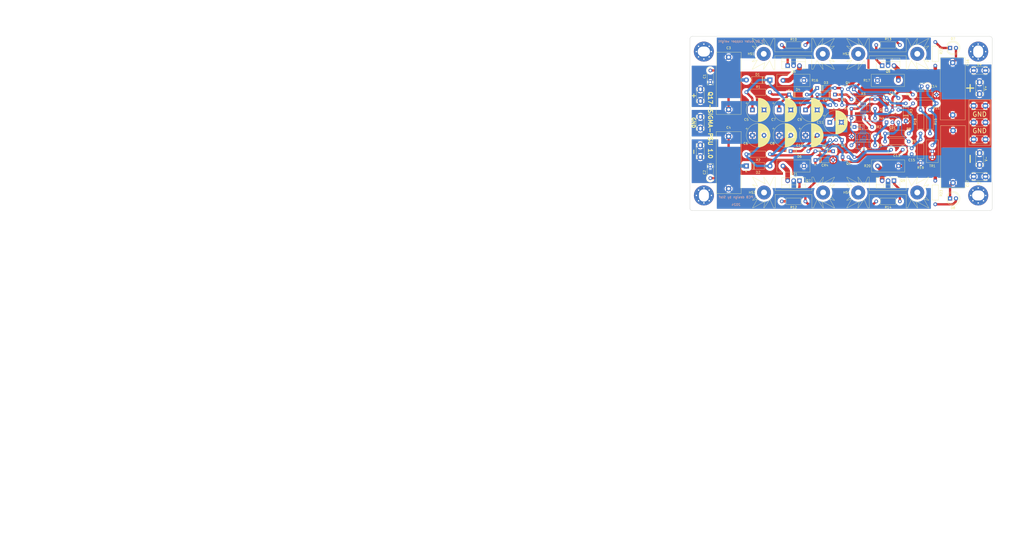
<source format=kicad_pcb>
(kicad_pcb (version 20240108) (generator "pcbnew") (generator_version "8.0")
  (title_block (title "Q17-SIGMA Power Supply") (date "2024-04-14") (rev "1.0") (company "PCB and BOM by stef") (comment 2 "Design and test by Moor") (comment 3 "Based on Sigma22 v3 design") (comment 4 "Voltage drop < 6V"))
  (layers (0 "F.Cu" signal) (31 "B.Cu" signal) (34 "B.Paste" user) (35 "F.Paste" user) (36 "B.SilkS" user "B.Silkscreen") (37 "F.SilkS" user "F.Silkscreen") (38 "B.Mask" user) (39 "F.Mask" user) (44 "Edge.Cuts" user))
  (net 0 "")
  (net 1 "Net-(D4-K)")
  (net 2 "/GND")
  (net 3 "/V+ (IN)")
  (net 4 "Net-(D1-K)")
  (net 5 "Net-(D2-A)")
  (net 6 "Net-(D5-A)")
  (net 7 "Net-(CR1-A)")
  (net 8 "Net-(D6-K)")
  (net 9 "Net-(U1-B2)")
  (net 10 "Net-(Q4-B)")
  (net 11 "Net-(CR3-A)")
  (net 12 "Net-(Q5-B)")
  (net 13 "Net-(CR4-K)")
  (net 14 "Net-(U2-B4)")
  (net 15 "Net-(C14-Pad1)")
  (net 16 "Net-(CR1-K)")
  (net 17 "Net-(CR2-A)")
  (net 18 "Net-(D3-K)")
  (net 19 "Net-(D5-K)")
  (net 20 "Net-(Q3-C)")
  (net 21 "Net-(Q3-B)")
  (net 22 "Net-(Q3-E)")
  (net 23 "Net-(CR2-K)")
  (net 24 "Net-(Q6-G)")
  (net 25 "Net-(Q6-S)")
  (net 26 "Net-(Q7-S)")
  (net 27 "Net-(Q7-G)")
  (net 28 "Net-(Q8-S)")
  (net 29 "Net-(Q8-G)")
  (net 30 "Net-(Q9-G)")
  (net 31 "Net-(Q9-S)")
  (net 32 "Net-(SR1-REF)")
  (net 33 "Net-(U1-B3)")
  (net 34 "Net-(U2-B2)")
  (net 35 "Net-(U1-B1)")
  (net 36 "/V+ (OUT)")
  (net 37 "/V- (OUT)")
  (net 38 "Net-(D7-K)")
  (net 39 "Net-(D8-A)")
  (net 40 "Net-(SR1-K)")
  (net 41 "/V- (IN)")
  (footprint "Capacitor_THT:C_Rect_L7.2mm_W2.5mm_P5.00mm_FKS2_FKP2_MKS2_MKP2" (layer "F.Cu") (at 163.87 109.855)
    (property "Reference" "C13")
    (property "Value" "3900pF")
  )
  (footprint "Capacitor_THT:C_Rect_L7.2mm_W2.5mm_P5.00mm_FKS2_FKP2_MKS2_MKP2" (layer "F.Cu") (at 167.005 87.63 180)
    (property "Reference" "C12")
    (property "Value" "3900pF")
  )
  (footprint "Resistor_THT:R_Axial_DIN0207_L6.3mm_D2.5mm_P10.16mm_Horizontal" (layer "F.Cu") (at 157.48 64.77)
    (property "Reference" "R13")
    (property "Value" "100R")
  )
  (footprint "Capacitor_THT:C_Rect_L26.5mm_W10.5mm_P22.50mm_MKS4" (layer "F.Cu") (at 93.98 70.03 -90)
    (property "Reference" "C3")
    (property "Value" "1uF 100V")
  )
  (footprint "Resistor_THT:R_Axial_DIN0207_L6.3mm_D2.5mm_P10.16mm_Horizontal" (layer "F.Cu") (at 161.29 106.325383)
    (property "Reference" "R9")
    (property "Value" "1K")
  )
  (footprint "Resistor_THT:R_Axial_DIN0207_L6.3mm_D2.5mm_P10.16mm_Horizontal" (layer "F.Cu") (at 156.972 104.14 180)
    (property "Reference" "R7")
    (property "Value" "27K")
  )
  (footprint "Resistor_THT:R_Box_L14.0mm_W5.0mm_P9.00mm" (layer "F.Cu") (at 117.365 116.84)
    (property "Reference" "R21")
    (property "Value" "0R47 5W")
  )
  (footprint "Capacitor_THT:C_Rect_L26.5mm_W10.5mm_P22.50mm_MKS4" (layer "F.Cu") (at 190.5 101.6 -90)
    (property "Reference" "C17")
    (property "Value" "1uF 100V")
  )
  (footprint "Resistor_THT:R_Axial_DIN0207_L6.3mm_D2.5mm_P10.16mm_Horizontal" (layer "F.Cu") (at 176.53 115.57 90)
    (property "Reference" "R19")
    (property "Value" "10K")
  )
  (footprint "Q17_Library:Faston_Connector_63849-1_TEC" (layer "F.Cu") (at 81.788 107.95 90)
    (property "Reference" "J1-3" (hide yes))
    (property "Value" "V- (IN)" (hide yes))
  )
  (footprint "Package_TO_SOT_THT:TO-92L_Inline_Wide" (layer "F.Cu") (at 161.915 98.044)
    (property "Reference" "SR1")
    (property "Value" "TL431B")
  )
  (footprint "Resistor_THT:R_Axial_DIN0207_L6.3mm_D2.5mm_P10.16mm_Horizontal" (layer "F.Cu") (at 182.88 133.35 90)
    (property "Reference" "R23")
    (property "Value" "10K")
  )
  (footprint "Resistor_THT:R_Axial_DIN0207_L6.3mm_D2.5mm_P10.16mm_Horizontal" (layer "F.Cu") (at 116.84 64.77)
    (property "Reference" "R10")
    (property "Value" "100R")
  )
  (footprint "Diode_THT:D_DO-35_SOD27_P7.62mm_Horizontal" (layer "F.Cu") (at 120.65 110.489879)
    (property "Reference" "D6")
    (property "Value" "1N4148")
  )
  (footprint "Capacitor_THT:C_Rect_L7.2mm_W2.5mm_P5.00mm_FKS2_FKP2_MKS2_MKP2" (layer "F.Cu") (at 86.106 80.732 90)
    (property "Reference" "C1")
    (property "Value" "100nF")
  )
  (footprint "Resistor_THT:R_Axial_DIN0207_L6.3mm_D2.5mm_P10.16mm_Horizontal" (layer "F.Cu") (at 101.6 85.09)
    (property "Reference" "R1")
    (property "Value" "10K")
  )
  (footprint "Package_TO_SOT_THT:TO-92L_Inline_Wide" (layer "F.Cu") (at 161.915 92.71)
    (property "Reference" "Q3")
    (property "Value" "BC548B")
  )
  (footprint "Package_TO_SOT_THT:TO-92L_Inline_Wide" (layer "F.Cu") (at 143.002 113.03)
    (property "Reference" "Q5")
    (property "Value" "BC546B")
  )
  (footprint "Potentiometer_THT:Potentiometer_Bourns_3296W_Vertical" (layer "F.Cu") (at 181.61 113.03 -90)
    (property "Reference" "TR1")
    (property "Value" "10K")
  )
  (footprint "Capacitor_THT:C_Disc_D3.8mm_W2.6mm_P2.50mm" (layer "F.Cu") (at 179.558 82.55 180)
    (property "Reference" "C14")
    (property "Value" "220pF")
  )
  (footprint "Q17_Library:Faston_Connector_63849-1_TEC" (layer "F.Cu") (at 199.39 75.733282 180)
    (property "Reference" "J2-1" (hide yes))
    (property "Value" "V+")
  )
  (footprint "Capacitor_THT:C_Rect_L7.2mm_W2.5mm_P5.00mm_FKS2_FKP2_MKS2_MKP2" (layer "F.Cu") (at 86.106 122.094 90)
    (property "Reference" "C2")
    (property "Value" "100nF")
  )
  (footprint "Resistor_THT:R_Axial_DIN0207_L6.3mm_D2.5mm_P10.16mm_Horizontal" (layer "F.Cu") (at 183.481633 89.916 180)
    (property "Reference" "R11")
    (property "Value" "100R")
  )
  (footprint "Package_TO_SOT_THT:TO-92L_Inline_Wide" (layer "F.Cu") (at 137.668 90.62)
    (property "Reference" "Q1")
    (property "Value" "BC548B")
  )
  (footprint "Diode_THT:D_DO-41_SOD81_P10.16mm_Horizontal" (layer "F.Cu") (at 111.76 79.83 180)
    (property "Reference" "D1")
    (property "Value" "1N5819")
  )
  (footprint "Capacitor_THT:CP_Radial_D10.0mm_P5.00mm" (layer "F.Cu") (at 137.494 98.044)
    (property "Reference" "C11")
    (property "Value" "100uF 80v")
  )
  (footprint "Capacitor_THT:C_Rect_L26.5mm_W10.5mm_P22.50mm_MKS4" (layer "F.Cu") (at 93.979999 104.14 -90)
    (property "Reference" "C4")
    (property "Value" "1uF 100V")
  )
  (footprint "Diode_THT:D_DO-35_SOD27_P7.62mm_Horizontal" (layer "F.Cu") (at 138.938 110.49 180)
    (property "Reference" "D5")
    (property "Value" "1N4148")
  )
  (footprint "Heatsink:Heatsink_Fischer_SK104-STC-STIC_35x13mm_2xDrill2.5mm" (layer "F.Cu") (at 162.43172 68.58)
    (property "Reference" "HS2")
    (property "Value" "531202B21G")
  )
  (footprint "Resistor_THT:R_Axial_DIN0207_L6.3mm_D2.5mm_P10.16mm_Horizontal" (layer "F.Cu") (at 173.228 86.106)
    (property "Reference" "R5")
    (property "Value" "47K")
  )
  (footprint "LED_THT:LED_D5.0mm" (layer "F.Cu") (at 189.23 130.81)
    (property "Reference" "D8")
    (property "Value" "LED")
  )
  (footprint "Q17_Library:Faston_Connector_63849-1_TEC" (layer "F.Cu") (at 199.372335 98.085282 180)
    (property "Reference" "J2-4" (hide yes))
    (property "Value" "GND" (hide yes))
  )
  (footprint "Diode_THT:D_DO-35_SOD27_P7.62mm_Horizontal" (layer "F.Cu") (at 139.7 86.106 180)
    (property "Reference" "CR1")
    (property "Value" "E-202")
  )
  (footprint "Q17_Library:Faston_Connector_63849-1_TEC" (layer "F.Cu") (at 81.865344 83.82 90)
    (property "Reference" "J1-1" (hide yes))
    (property "Value" "V+ (IN)" (hide yes))
  )
  (footprint "MountingHole:MountingHole_4.3mm_M4_Pad_Via" (layer "F.Cu") (at 201.328912 67.600184 -90)
    (property "Reference" "REF**" (hide yes))
    (property "Value" "MountingHole_4.3mm_M4_Pad_Via")
  )
  (footprint "Package_TO_SOT_THT:TO-92L_Inline_Wide" (layer "F.Cu") (at 147.828 83.82 180)
    (property "Reference" "Q4")
    (property "Value" "BC556B")
  )
  (footprint "Heatsink:Heatsink_Fischer_SK104-STC-STIC_35x13mm_2xDrill2.5mm" (layer "F.Cu") (at 121.92 128.27)
    (property "Reference" "HS3")
    (property "Value" "531202B21G")
  )
  (footprint "Diode_THT:D_DO-35_SOD27_P7.62mm_Horizontal" (layer "F.Cu") (at 120.015 86.115755)
    (property "Reference" "D4")
    (property "Value" "1N4148")
  )
  (footprint "Resistor_THT:R_Axial_DIN0207_L6.3mm_D2.5mm_P10.16mm_Horizontal" (layer "F.Cu") (at 146.812 107.95)
    (property "Reference" "R6")
    (property "Value" "510K")
  )
  (footprint "Diode_THT:D_DO-35_SOD27_P7.62mm_Horizontal" (layer "F.Cu") (at 170.18 97.536 90)
    (property "Reference" "CR3")
    (property "Value" "E-562")
  )
  (footprint "Resistor_THT:R_Box_L14.0mm_W5.0mm_P9.00mm" (layer "F.Cu") (at 117.365 80.01)
    (property "Reference" "R16")
    (property "Value" "0R47 5W")
  )
  (footprint "Package_TO_SOT_THT:TO-220-3_Vertical" (layer "F.Cu") (at 124.46 123.19 180)
    (property "Reference" "Q7")
    (property "Value" "IRF9Z34NPBF")
  )
  (footprint "Heatsink:Heatsink_Fischer_SK104-STC-STIC_35x13mm_2xDrill2.5mm" (layer "F.Cu") (at 121.79172 68.58)
    (property "Reference" "HS1")
    (property "Value" "531202B21G")
  )
  (footprint "Diode_THT:D_DO-35_SOD27_P7.62mm_Horizontal" (layer "F.Cu") (at 148.082 100.076)
    (property "Reference" "CR2")
    (property "Value" "E-202")
  )
  (footprint "Heatsink:Heatsink_Fischer_SK104-STC-STIC_35x13mm_2xDrill2.5mm" (layer "F.Cu") (at 162.43172 128.27)
    (property "Reference" "HS4")
    (property "Value" "531202B21G")
  )
  (footprint "Capacitor_THT:CP_Radial_D10.0mm_P5.00mm" (layer "F.Cu") (at 127.08 103.632)
    (property "Reference" "C10")
    (property "Value" "100uF 80v")
  )
  (footprint "Resistor_THT:R_Axial_DIN0207_L6.3mm_D2.5mm_P10.16mm_Horizontal" (layer "F.Cu") (at 180.594 92.71 -90)
    (property "Reference" "R15")
    (property "Value" "10K")
  )
  (footprint "Q17_Library:Faston_Connector_63849-1_TEC" (layer "F.Cu") (at 81.834399 95.6686 90)
    (property "Reference" "J1-2" (hide yes))
    (property "Value" "GND" (hide yes))
  )
  (footprint "Resistor_THT:R_Box_L14.0mm_W5.0mm_P9.00mm" (layer "F.Cu") (at 167.005 80.01 180)
    (property "Reference" "R17")
    (property "Value" "0R47 5W")
  )
  (footprint "Resistor_THT:R_Axial_DIN0207_L6.3mm_D2.5mm_P10.16mm_Horizontal" (layer "F.Cu") (at 127 132.08 180)
    (property "Reference" "R12")
    (property "Value" "100R")
  )
  (footprint "Q17_Library:Faston_Connector_63849-1_TEC" (layer "F.Cu") (at 199.39 121.412 180)
    (property "Reference" "J2-7" (hide yes))
    (property "Value" "V-")
  )
  (footprint "Q17_Library:Faston_Connector_63849-1_TEC" (layer "F.Cu") (at 201.93 116.373282 -90)
    (property "Reference" "J2-6" (hide yes))
    (property "Value" "V-")
  )
  (footprint "MountingHole:MountingHole_4.3mm_M4_Pad_Via" (layer "F.Cu") (at 201.345 129.54 -90)
    (property "Reference" "REF**" (hide yes))
    (property "Value" "MountingHole_4.3mm_M4_Pad_Via")
  )
  (footprint "Package_TO_SOT_THT:TO-220-3_Vertical" (layer "F.Cu") (at 119.38 73.66)
    (property "Reference" "Q6")
    (property "Value" "IRFZ24NPBF")
  )
  (footprint "Diode_THT:D_DO-35_SOD27_P7.62mm_Horizontal" (layer "F.Cu") (at 131.318 114.3)
    (property "Reference" "CR4")
    (property "Value" "E-562")
  )
  (footprint "Resistor_THT:R_Axial_DIN0207_L6.3mm_D2.5mm_P10.16mm_Horizontal" (layer "F.Cu") (at 176.53 102.87 90)
    (property "Reference" "R18")
    (property "Value" "10K")
  )
  (footprint "Capacitor_THT:CP_Radial_D10.0mm_P5.00mm" (layer "F.Cu") (at 104.22 103.632)
    (property "Reference" "C6")
    (property "Value" "100uF 80v")
  )
  (footprint "LED_THT:LED_D5.0mm" (layer "F.Cu") (at 189.23 66.04)
    (property "Reference" "D7")
    (property "Value" "LED")
  )
  (footprint "Resistor_THT:R_Axial_DIN0207_L6.3mm_D2.5mm_P10.16mm_Horizontal" (layer "F.Cu") (at 101.6 111.76)
    (property "Reference" "R2")
    (property "Value" "10K")
  )
  (footprint "Resistor_THT:R_Box_L14.0mm_W5.0mm_P9.00mm" (layer "F.Cu") (at 158.06 116.84)
    (property "Reference" "R20")
    (property "Value" "0R47 5W")
  )
  (footprint "Q17_Library:Faston_Connector_63849-1_TEC" (layer "F.Cu") (at 199.35 90.932 180)
    (property "Reference" "J2-3" (hide yes))
    (property "Value" "GND" (hide yes))
  )
  (footprint "Package_TO_SOT_THT:TO-220-3_Vertical" (layer "F.Cu") (at 160.02 73.66)
    (property "Reference" "Q8")
    (property "Value" "IRFZ24NPBF")
  )
  (footprint "Resistor_THT:R_Axial_DIN0207_L6.3mm_D2.5mm_P10.16mm_Horizontal" (layer "F.Cu") (at 171.45 102.87 180)
    (property "Reference" "R8")
    (property "Value" "100R")
  )
  (footprint "Package_TO_SOT_THT:TO-220-3_Vertical" (layer "F.Cu") (at 165.1 123.19 180)
    (property "Reference" "Q9")
    (property "Value" "IRF9Z34NPBF")
  )
  (footprint "MountingHole:MountingHole_4.3mm_M4_Pad_Via" (layer "F.Cu") (at 83.328883 67.601847)
    (property "Reference" "PAD1" (hide yes))
    (property "Value" "MountingHole_4.3mm_M4_Pad_Via")
  )
  (footprint "Diode_THT:D_DO-35_SOD27_P7.62mm_Horizontal" (layer "F.Cu") (at 132.08 83.312)
    (property "Reference" "D3")
    (property "Value" "1N4148")
  )
  (footprint "Capacitor_THT:C_Rect_L26.5mm_W10.5mm_P22.50mm_MKS4" (layer "F.Cu") (at 190.37172 72.39 -90)
    (property "Reference" "C16")
    (property "Value" "1uF 100V")
  )
  (footprint "Resistor_THT:R_Axial_DIN0207_L6.3mm_D2.5mm_P10.16mm_Horizontal" (layer "F.Cu") (at 146.812 96.266)
    (property "Reference" "R44")
    (property "Value" "330K")
  )
  (footprint "Capacitor_THT:CP_Radial_D10.0mm_P5.00mm" (layer "F.Cu") (at 127.08 92.71)
    (property "Reference" "C9")
    (property "Value" "100uF 80v")
  )
  (footprint "Resistor_THT:R_Axial_DIN0207_L6.3mm_D2.5mm_P10.16mm_Horizontal" (layer "F.Cu") (at 146.812 88.138)
    (property "Reference" "R3")
    (property "Value" "4K7")
  )
  (footprint "Q17_Library:Faston_Connector_63849-1_TEC" (layer "F.Cu") (at 201.93 85.893282 -90)
    (property "Reference" "J2-2" (hide yes))
    (property "Value" "V+")
  )
  (footprint "Capacitor_THT:CP_Radial_D10.0mm_P5.00mm" (layer "F.Cu") (at 115.742323 103.632)
    (property "Reference" "C8")
    (property "Value" "100uF 80v")
  )
  (footprint "Capacitor_THT:C_Disc_D3.8mm_W2.6mm_P2.50mm" (layer "F.Cu") (at 172.72 109.24 -90)
    (property "Reference" "C15")
    (property "Value" "220pF")
  )
  (footprint "Resistor_THT:R_Axial_DIN0207_L6.3mm_D2.5mm_P10.16mm_Horizontal" (layer "F.Cu") (at 157.48 132.08)
    (property "Reference" "R14")
    (property "Value" "100R")
  )
  (footprint "Diode_THT:D_DO-41_SOD81_P10.16mm_Horizontal" (layer "F.Cu") (at 101.6 116.84)
    (property "Reference" "D2")
    (property "Value" "1N5819")
  )
  (footprint "Capacitor_THT:CP_Radial_D10.0mm_P5.00mm" (layer "F.Cu") (at 115.742323 92.71)
    (property "Reference" "C7")
    (property "Value" "100uF 80v")
  )
  (footprint "Q17_Library:Faston_Connector_63849-1_TEC" (layer "F.Cu") (at 199.39 105.41 180)
    (property "Reference" "J2-5" (hide yes))
    (property "Value" "GND" (hide yes))
  )
  (footprint "MountingHole:MountingHole_4.3mm_M4_Pad_Via" (layer "F.Cu") (at 83.356845 129.534189)
    (property "Reference" "PAD2" (hide yes))
    (property "Value" "MountingHole_4.3mm_M4_Pad_Via")
  )
  (footprint "Capacitor_THT:CP_Radial_D10.0mm_P5.00mm" (layer "F.Cu") (at 104.22 92.71)
    (property "Reference" "C5")
    (property "Value" "100uF 80v")
  )
  (footprint "Package_TO_SOT_THT:TO-92L_Inline_Wide" (layer "F.Cu") (at 142.748 105.664 180)
    (property "Reference" "Q2")
    (property "Value" "BC558B")
  )
  (footprint "Resistor_THT:R_Axial_DIN0207_L6.3mm_D2.5mm_P10.16mm_Horizontal" (layer "F.Cu") (at 182.88 73.66 90)
    (property "Reference" "R22")
    (property "Value" "10K")
  )
  (footprint "Resistor_THT:R_Axial_DIN0207_L6.3mm_D2.5mm_P10.16mm_Horizontal" (layer "F.Cu") (at 146.812 92.202)
    (property "Reference" "R4")
    (property "Value" "100K")
  )
  (footprint "Package_TO_SOT_SMD:TSOT-23-8_HandSoldering" (layer "B.Cu") (at 151.892 104.14 90)
    (property "Reference" "U2")
    (property "Value" "ZHB6792TA")
  )
  (footprint "Package_TO_SOT_SMD:TSOT-23-8_HandSoldering" (layer "B.Cu") (at 151.892 91.948 90)
    (property "Reference" "U1")
    (property "Value" "ZHB6792TA")
  )
  (gr_rect (start 197.358 88.392) (end 206.502 107.95) (stroke (width 0.15)) (fill none) (layer "F.SilkS"))
  (gr_arc (start 206.348808 61.064143) (mid 207.055915 61.357036) (end 207.348808 62.064143) (stroke (width 0.15)) (layer "Edge.Cuts"))
  (gr_arc (start 77.348808 62.064143) (mid 77.641701 61.357036) (end 78.348808 61.064143) (stroke (width 0.15)) (layer "Edge.Cuts"))
  (gr_line (start 77.348808 135.064143) (end 77.348808 62.064143) (stroke (width 0.15)) (layer "Edge.Cuts"))
  (gr_arc (start 78.348808 136.064143) (mid 77.641701 135.77125) (end 77.348808 135.064143) (stroke (width 0.15)) (layer "Edge.Cuts"))
  (gr_line (start 78.348808 61.064143) (end 206.348808 61.064143) (stroke (width 0.15)) (layer "Edge.Cuts"))
  (gr_line (start 206.348808 136.064143) (end 78.348808 136.064143) (stroke (width 0.15)) (layer "Edge.Cuts"))
  (gr_line (start 207.348808 62.064143) (end 207.348808 135.064143) (stroke (width 0.15)) (layer "Edge.Cuts"))
  (gr_arc (start 207.348808 135.064143) (mid 207.055915 135.77125) (end 206.348808 136.064143) (stroke (width 0.15)) (layer "Edge.Cuts"))
  (gr_text "2 Oz outer copper weight" (at 99.314 63.754 0) (layer "B.SilkS") (effects (font (size 1 1)) (justify bottom mirror)))
  (gr_text "PCB design by Stef\n\n2024" (at 97.155 134.080864 -0) (layer "B.SilkS") (effects (font (size 1 1)) (justify bottom mirror)))
  (gr_text "GND" (at 201.93 95.758 0) (layer "F.SilkS") (effects (font (size 2 2) (thickness 0.3) (bold yes)) (justify bottom)))
  (gr_text "-" (at 77.978 110.744 270) (layer "F.SilkS") (effects (font (size 2 2) (thickness 0.375)) (justify bottom)))
  (gr_text "GND" (at 201.93 102.87 0) (layer "F.SilkS") (effects (font (size 2 2) (thickness 0.3) (bold yes)) (justify bottom)))
  (gr_text "Q17-SIGMA-PSU 1.0" (at 85.05504 84.582 270) (layer "F.SilkS") (effects (font (size 1.8 1.8) (thickness 0.4) (bold yes)) (justify left bottom)))
  (gr_text "+" (at 195.834 83.312 270) (layer "F.SilkS") (effects (font (size 4 4) (thickness 0.5)) (justify bottom)))
  (gr_text "+" (at 77.978 86.614 270) (layer "F.SilkS") (effects (font (size 2 2) (thickness 0.375)) (justify bottom)))
  (gr_text "-" (at 195.834 113.792 270) (layer "F.SilkS") (effects (font (size 4 4) (thickness 0.5)) (justify bottom)))
  (gr_text "GND" (at 77.978 98.2086 270) (layer "F.SilkS") (effects (font (size 1.5 1.5) (thickness 0.375) (bold yes)) (justify bottom)))
  (segment (start 112.492862 85.822862) (end 111.76 85.09) (width 1) (layer "F.Cu") (net 1))
  (segment (start 116.035216 90.095539) (end 120.015 86.115755) (width 1) (layer "F.Cu") (net 1))
  (segment (start 120.015 86.115755) (end 113.199969 86.115755) (width 1) (layer "F.Cu") (net 1))
  (segment (start 115.742323 92.71) (end 115.742323 90.802646) (width 1) (layer "F.Cu") (net 1))
  (arc (start 116.035216 90.095539) (mid 115.818443 90.419962) (end 115.742323 90.802646) (width 1) (layer "F.Cu") (net 1))
  (arc (start 112.492862 85.822862) (mid 112.817285 86.039635) (end 113.199969 86.115755) (width 1) (layer "F.Cu") (net 1))
  (segment (start 121.490352 87.591107) (end 120.015 86.115755) (width 1) (layer "B.Cu") (net 1))
  (segment (start 137.057786 87.884) (end 122.197459 87.884) (width 1) (layer "B.Cu") (net 1))
  (segment (start 140.208 90.62) (end 137.764893 88.176893) (width 1) (layer "B.Cu") (net 1))
  (arc (start 121.490352 87.591107) (mid 121.814775 87.80788) (end 122.197459 87.884) (width 1) (layer "B.Cu") (net 1))
  (arc (start 137.764893 88.176893) (mid 137.44047 87.96012) (end 137.057786 87.884) (width 1) (layer "B.Cu") (net 1))
  (segment (start 88.978893 76.024893) (end 93.663907 80.709907) (width 1) (layer "F.Cu") (net 2))
  (segment (start 86.106 75.732) (end 88.271786 75.732) (width 1) (layer "F.Cu") (net 2))
  (segment (start 93.687107 117.1262) (end 89.0122 121.801107) (width 1) (layer "F.Cu") (net 2))
  (segment (start 88.305093 122.094) (end 86.106 122.094) (width 1) (layer "F.Cu") (net 2))
  (segment (start 182.88 73.66) (end 182.88 77.216) (width 1.5) (layer "F.Cu") (net 2))
  (segment (start 93.979999 104.14) (end 93.98 116.419093) (width 1) (layer "F.Cu") (net 2))
  (segment (start 93.9568 81.417014) (end 93.9568 92.513199) (width 1) (layer "F.Cu") (net 2))
  (segment (start 182.88 123.19) (end 182.88 120.142) (width 1.5) (layer "F.Cu") (net 2))
  (via (at 150.114 107.696) (size 0.8) (drill 0.4) (layers "F.Cu" "B.Cu") (net 2))
  (arc (start 93.663907 80.709907) (mid 93.88068 81.034331) (end 93.9568 81.417014) (width 1) (layer "F.Cu") (net 2))
  (arc (start 88.305093 122.094) (mid 88.687776 122.01788) (end 89.0122 121.801107) (width 1) (layer "F.Cu") (net 2))
  (arc (start 88.978893 76.024893) (mid 88.65447 75.80812) (end 88.271786 75.732) (width 1) (layer "F.Cu") (net 2))
  (arc (start 93.98 116.419093) (mid 93.90388 116.801776) (end 93.687107 117.1262) (width 1) (layer "F.Cu") (net 2))
  (segment (start 150.260447 106.143553) (end 150.407554 105.996446) (width 0.3) (layer "B.Cu") (net 2))
  (segment (start 150.114 107.696) (end 150.114 106.497107) (width 0.3) (layer "B.Cu") (net 2))
  (segment (start 150.761107 105.85) (end 150.922 105.85) (width 0.3) (layer "B.Cu") (net 2))
  (arc (start 150.260447 106.143553) (mid 150.15206 106.305765) (end 150.114 106.497107) (width 0.3) (layer "B.Cu") (net 2))
  (arc (start 150.761107 105.85) (mid 150.569766 105.88806) (end 150.407554 105.996446) (width 0.3) (layer "B.Cu") (net 2))
  (segment (start 121.92 73.66) (end 121.92 69.215) (width 2) (layer "B.Cu") (net 3))
  (segment (start 162.56 69.215) (end 162.56 73.66) (width 2) (layer "B.Cu") (net 3))
  (segment (start 101.6 79.83) (end 97.864 79.83) (width 1.5) (layer "B.Cu") (net 3))
  (segment (start 104.22 92.71) (end 104.22 88.124214) (width 1) (layer "F.Cu") (net 4))
  (segment (start 103.927107 87.417107) (end 101.6 85.09) (width 1) (layer "F.Cu") (net 4))
  (arc (start 104.22 88.124214) (mid 104.14388 87.741531) (end 103.927107 87.417107) (width 1) (layer "F.Cu") (net 4))
  (segment (start 101.6 85.09) (end 106.567107 80.122893) (width 1) (layer "B.Cu") (net 4))
  (segment (start 137.668 90.62) (end 136.754214 90.62) (width 1) (layer "B.Cu") (net 4))
  (segment (start 119.341107 89.369107) (end 112.052893 82.080893) (width 1) (layer "B.Cu") (net 4))
  (segment (start 107.274214 79.83) (end 111.76 79.83) (width 1) (layer "B.Cu") (net 4))
  (segment (start 134.967786 89.662) (end 120.048214 89.662) (width 1) (layer "B.Cu") (net 4))
  (segment (start 111.76 81.373786) (end 111.76 79.83) (width 1) (layer "B.Cu") (net 4))
  (segment (start 136.047107 90.327107) (end 135.674893 89.954893) (width 1) (layer "B.Cu") (net 4))
  (arc (start 106.567107 80.122893) (mid 106.89153 79.90612) (end 107.274214 79.83) (width 1) (layer "B.Cu") (net 4))
  (arc (start 120.048214 89.662) (mid 119.665531 89.58588) (end 119.341107 89.369107) (width 1) (layer "B.Cu") (net 4))
  (arc (start 111.76 81.373786) (mid 111.83612 81.756469) (end 112.052893 82.080893) (width 1) (layer "B.Cu") (net 4))
  (arc (start 135.674893 89.954893) (mid 135.35047 89.73812) (end 134.967786 89.662) (width 1) (layer "B.Cu") (net 4))
  (arc (start 136.047107 90.327107) (mid 136.37153 90.54388) (end 136.754214 90.62) (width 1) (layer "B.Cu") (net 4))
  (segment (start 119.794214 108.204) (end 134.713786 108.204) (width 1) (layer "B.Cu") (net 5))
  (segment (start 111.76 116.84) (end 111.76 116.238214) (width 1) (layer "B.Cu") (net 5))
  (segment (start 105.625107 116.547107) (end 101.892893 112.814893) (width 1) (layer "B.Cu") (net 5))
  (segment (start 108.927107 106.718893) (end 104.178893 111.467107) (width 1) (layer "B.Cu") (net 5))
  (segment (start 135.420893 107.911107) (end 137.668 105.664) (width 1) (layer "B.Cu") (net 5))
  (segment (start 103.471786 111.76) (end 101.6 111.76) (width 1) (layer "B.Cu") (net 5))
  (segment (start 112.052893 115.531107) (end 119.087107 108.496893) (width 1) (layer "B.Cu") (net 5))
  (segment (start 101.6 112.107786) (end 101.6 111.76) (width 1) (layer "B.Cu") (net 5))
  (segment (start 109.22 103.632) (end 109.22 106.011786) (width 1) (layer "B.Cu") (net 5))
  (segment (start 111.76 116.84) (end 106.332214 116.84) (width 1) (layer "B.Cu") (net 5))
  (arc (start 135.420893 107.911107) (mid 135.09647 108.12788) (end 134.713786 108.204) (width 1) (layer "B.Cu") (net 5))
  (arc (start 101.892893 112.814893) (mid 101.67612 112.49047) (end 101.6 112.107786) (width 1) (layer "B.Cu") (net 5))
  (arc (start 111.76 116.238214) (mid 111.83612 115.855531) (end 112.052893 115.531107) (width 1) (layer "B.Cu") (net 5))
  (arc (start 108.927107 106.718893) (mid 109.14388 106.39447) (end 109.22 106.011786) (width 1) (layer "B.Cu") (net 5))
  (arc (start 119.794214 108.204) (mid 119.411531 108.28012) (end 119.087107 108.496893) (width 1) (layer "B.Cu") (net 5))
  (arc (start 105.625107 116.547107) (mid 105.94953 116.76388) (end 106.332214 116.84) (width 1) (layer "B.Cu") (net 5))
  (arc (start 103.471786 111.76) (mid 103.854469 111.68388) (end 104.178893 111.467107) (width 1) (layer "B.Cu") (net 5))
  (segment (start 111.975107 111.975107) (end 111.76 111.76) (width 1) (layer "F.Cu") (net 6))
  (segment (start 129.125786 112.268) (end 112.682214 112.268) (width 1) (layer "F.Cu") (net 6))
  (segment (start 131.318 110.49) (end 129.832893 111.975107) (width 1) (layer "F.Cu") (net 6))
  (arc (start 111.975107 111.975107) (mid 112.29953 112.19188) (end 112.682214 112.268) (width 1) (layer "F.Cu") (net 6))
  (arc (start 129.832893 111.975107) (mid 129.50847 112.19188) (end 129.125786 112.268) (width 1) (layer "F.Cu") (net 6))
  (segment (start 139.153107 105.956893) (end 134.912893 110.197107) (width 0.5) (layer "B.Cu") (net 6))
  (segment (start 113.03 111.76) (end 120.742323 104.047677) (width 1) (layer "B.Cu") (net 6))
  (segment (start 134.205786 110.49) (end 131.318 110.49) (width 0.5) (layer "B.Cu") (net 6))
  (segment (start 111.76 111.76) (end 113.03 111.76) (width 1) (layer "B.Cu") (net 6))
  (arc (start 134.912893 110.197107) (mid 134.58847 110.41388) (end 134.205786 110.49) (width 0.5) (layer "B.Cu") (net 6))
  (arc (start 139.153107 105.956893) (mid 139.47753 105.74012) (end 139.860214 105.664) (width 0.5) (layer "B.Cu") (net 6))
  (segment (start 132.08 87.295786) (end 132.08 86.106) (width 1) (layer "F.Cu") (net 7))
  (segment (start 127.08 92.71) (end 131.787107 88.002893) (width 1) (layer "F.Cu") (net 7))
  (segment (start 141.825786 83.312) (end 139.7 83.312) (width 1) (layer "F.Cu") (net 7))
  (segment (start 142.748 83.82) (end 142.532893 83.604893) (width 1) (layer "F.Cu") (net 7))
  (arc (start 131.787107 88.002893) (mid 132.00388 87.67847) (end 132.08 87.295786) (width 1) (layer "F.Cu") (net 7))
  (arc (start 142.532893 83.604893) (mid 142.20847 83.38812) (end 141.825786 83.312) (width 1) (layer "F.Cu") (net 7))
  (segment (start 142.748 90.62) (end 142.748 83.82) (width 1) (layer "B.Cu") (net 7))
  (segment (start 148.578893 90.62) (end 142.748 90.62) (width 0.3) (layer "B.Cu") (net 7))
  (segment (start 137.375107 83.604893) (end 135.166893 85.813107) (width 1) (layer "B.Cu") (net 7))
  (segment (start 134.459786 86.106) (end 132.08 86.106) (width 1) (layer "B.Cu") (net 7))
  (segment (start 150.644892 91.948) (end 150.321107 91.948) (width 0.3) (layer "B.Cu") (net 7))
  (segment (start 149.967553 91.801553) (end 148.932446 90.766446) (width 0.3) (layer "B.Cu") (net 7))
  (segment (start 139.7 83.312) (end 138.082214 83.312) (width 1) (layer "B.Cu") (net 7))
  (segment (start 151.415553 91.384446) (end 150.998445 91.801554) (width 0.3) (layer "B.Cu") (net 7))
  (arc (start 134.459786 86.106) (mid 134.842469 86.02988) (end 135.166893 85.813107) (width 1) (layer "B.Cu") (net 7))
  (arc (start 148.932446 90.766446) (mid 148.770234 90.65806) (end 148.578893 90.62) (width 0.3) (layer "B.Cu") (net 7))
  (arc (start 149.967553 91.801553) (mid 150.129765 91.90994) (end 150.321107 91.948) (width 0.3) (layer "B.Cu") (net 7))
  (arc (start 138.082214 83.312) (mid 137.699531 83.38812) (end 137.375107 83.604893) (width 1) (layer "B.Cu") (net 7))
  (arc (start 151.415553 91.384446) (mid 151.52394 91.222234) (end 151.562 91.030892) (width 0.3) (layer "B.Cu") (net 7))
  (arc (start 150.998445 91.801554) (mid 150.836233 91.90994) (end 150.644892 91.948) (width 0.3) (layer "B.Cu") (net 7))
  (segment (start 151.929107 110.706893) (end 149.898893 112.737107) (width 0.8) (layer "F.Cu") (net 8))
  (segment (start 132.08 103.632) (end 125.515014 110.196986) (width 1) (layer "F.Cu") (net 8))
  (segment (start 149.191786 113.03) (end 148.082 113.03) (width 0.8) (layer "F.Cu") (net 8))
  (segment (start 124.807907 110.489879) (end 120.65 110.489879) (width 1) (layer "F.Cu") (net 8))
  (segment (start 152.222 109.982) (end 152.222 109.999786) (width 0.8) (layer "F.Cu") (net 8))
  (via (at 152.222 109.982) (size 0.8) (drill 0.4) (layers "F.Cu" "B.Cu") (net 8))
  (arc (start 149.898893 112.737107) (mid 149.57447 112.95388) (end 149.191786 113.03) (width 0.8) (layer "F.Cu") (net 8))
  (arc (start 151.929107 110.706893) (mid 152.14588 110.38247) (end 152.222 109.999786) (width 0.8) (layer "F.Cu") (net 8))
  (arc (start 124.807907 110.489879) (mid 125.19059 110.413759) (end 125.515014 110.196986) (width 1) (layer "F.Cu") (net 8))
  (segment (start 142.748 107.281786) (end 142.748 105.664) (width 1) (layer "B.Cu") (net 8))
  (segment (start 140.301786 103.632) (end 132.08 103.632) (width 1) (layer "B.Cu") (net 8))
  (segment (start 148.082 113.03) (end 143.040893 107.988893) (width 1) (layer "B.Cu") (net 8))
  (segment (start 142.748 105.664) (end 141.008893 103.924893) (width 1) (layer "B.Cu") (net 8))
  (segment (start 152.222 109.982) (end 152.222 105.85) (width 0.3) (layer "B.Cu") (net 8))
  (arc (start 143.040893 107.988893) (mid 142.82412 107.66447) (end 142.748 107.281786) (width 1) (layer "B.Cu") (net 8))
  (arc (start 141.008893 103.924893) (mid 140.68447 103.70812) (end 140.301786 103.632) (width 1) (layer "B.Cu") (net 8))
  (segment (start 166.87502 95.796893) (end 161.966214 95.796893) (width 0.3) (layer "B.Cu") (net 9))
  (segment (start 140.275553 95.262447) (end 137.494 98.044) (width 0.3) (layer "B.Cu") (net 9))
  (segment (start 160.166447 97.389553) (end 161.612661 95.943339) (width 0.3) (layer "B.Cu") (net 9))
  (segment (start 153.115107 97.536) (end 159.812893 97.536) (width 0.3) (layer "B.Cu") (net 9))
  (segment (start 168.402 97.53098) (end 168.402 102.863169) (width 0.3) (layer "B.Cu") (net 9))
  (segment (start 151.562 95.982893) (end 151.562 93.658) (width 0.3) (layer "B.Cu") (net 9))
  (segment (start 167.228574 95.94334) (end 168.109107 96.823873) (width 0.3) (layer "B.Cu") (net 9))
  (segment (start 168.694893 103.570276) (end 171.45 106.325383) (width 0.3) (layer "B.Cu") (net 9))
  (segment (start 152.761553 97.389553) (end 151.708446 96.336446) (width 0.3) (layer "B.Cu") (net 9))
  (segment (start 151.428 95.116) (end 140.629107 95.116) (width 0.3) (layer "B.Cu") (net 9))
  (arc (start 168.402 102.863169) (mid 168.47812 103.245852) (end 168.694893 103.570276) (width 0.3) (layer "B.Cu") (net 9))
  (arc (start 159.812893 97.536) (mid 160.004235 97.49794) (end 160.166447 97.389553) (width 0.3) (layer "B.Cu") (net 9))
  (arc (start 167.228574 95.94334) (mid 167.066362 95.834953) (end 166.87502 95.796893) (width 0.3) (layer "B.Cu") (net 9))
  (arc (start 153.115107 97.536) (mid 152.923765 97.49794) (end 152.761553 97.389553) (width 0.3) (layer "B.Cu") (net 9))
  (arc (start 151.562 95.982893) (mid 151.60006 96.174234) (end 151.708446 96.336446) (width 0.3) (layer "B.Cu") (net 9))
  (arc (start 168.109107 96.823873) (mid 168.32588 97.148297) (end 168.402 97.53098) (width 0.3) (layer "B.Cu") (net 9))
  (arc (start 161.966214 95.796893) (mid 161.774873 95.834953) (end 161.612661 95.943339) (width 0.3) (layer "B.Cu") (net 9))
  (arc (start 140.275553 95.262447) (mid 140.437765 95.15406) (end 140.629107 95.116) (width 0.3) (layer "B.Cu") (net 9))
  (segment (start 164.050786 85.09) (end 152.145214 85.09) (width 1) (layer "B.Cu") (net 10))
  (segment (start 167.005 87.63) (end 164.757893 85.382893) (width 1) (layer "B.Cu") (net 10))
  (segment (start 151.438107 84.797107) (end 149.229893 82.588893) (width 1) (layer "B.Cu") (net 10))
  (segment (start 146.519107 82.588893) (end 145.288 83.82) (width 1) (layer "B.Cu") (net 10))
  (segment (start 145.288 83.82) (end 150.922 89.454) (width 0.3) (layer "B.Cu") (net 10))
  (segment (start 148.522786 82.296) (end 147.226214 82.296) (width 1) (layer "B.Cu") (net 10))
  (arc (start 164.050786 85.09) (mid 164.433469 85.16612) (end 164.757893 85.382893) (width 1) (layer "B.Cu") (net 10))
  (arc (start 152.145214 85.09) (mid 151.762531 85.01388) (end 151.438107 84.797107) (width 1) (layer "B.Cu") (net 10))
  (arc (start 147.226214 82.296) (mid 146.843531 82.37212) (end 146.519107 82.588893) (width 1) (layer "B.Cu") (net 10))
  (arc (start 148.522786 82.296) (mid 148.905469 82.37212) (end 149.229893 82.588893) (width 1) (layer "B.Cu") (net 10))
  (segment (start 153.885107 77.762893) (end 147.828 83.82) (width 1) (layer "F.Cu") (net 11))
  (segment (start 154.178 62.23) (end 154.178 77.055786) (width 1) (layer "F.Cu") (net 11))
  (segment (start 167.64 64.77) (end 165.392893 62.522893) (width 1) (layer "F.Cu") (net 11))
  (segment (start 129.954214 62.23) (end 154.178 62.23) (width 1) (layer "F.Cu") (net 11))
  (segment (start 129.247107 62.522893) (end 127 64.77) (width 1) (layer "F.Cu") (net 11))
  (segment (start 154.178 62.23) (end 164.685786 62.23) (width 1) (layer "F.Cu") (net 11))
  (arc (start 165.392893 62.522893) (mid 165.06847 62.30612) (end 164.685786 62.23) (width 1) (layer "F.Cu") (net 11))
  (arc (start 129.954214 62.23) (mid 129.571531 62.30612) (end 129.247107 62.522893) (width 1) (layer "F.Cu") (net 11))
  (arc (start 153.885107 77.762893) (mid 154.10188 77.43847) (end 154.178 77.055786) (width 1) (layer "F.Cu") (net 11))
  (segment (start 163.998107 89.623107) (end 162.005 87.63) (width 1) (layer "B.Cu") (net 11))
  (segment (start 170.18 89.916) (end 164.705214 89.916) (width 1) (layer "B.Cu") (net 11))
  (segment (start 162.005 87.63) (end 160.773893 86.398893) (width 0.5) (layer "B.Cu") (net 11))
  (segment (start 160.066786 86.106) (end 150.528214 86.106) (width 0.5) (layer "B.Cu") (net 11))
  (segment (start 149.821107 85.813107) (end 147.828 83.82) (width 0.5) (layer "B.Cu") (net 11))
  (arc (start 149.821107 85.813107) (mid 150.14553 86.02988) (end 150.528214 86.106) (width 0.5) (layer "B.Cu") (net 11))
  (arc (start 160.773893 86.398893) (mid 160.44947 86.18212) (end 160.066786 86.106) (width 0.5) (layer "B.Cu") (net 11))
  (arc (start 164.705214 89.916) (mid 164.322531 89.83988) (end 163.998107 89.623107) (width 1) (layer "B.Cu") (net 11))
  (segment (start 149.244528 114.515107) (end 152.976742 110.782893) (width 1) (layer "B.Cu") (net 12))
  (segment (start 150.761107 102.43) (end 150.922 102.43) (width 0.3) (layer "B.Cu") (net 12))
  (segment (start 163.527893 110.197107) (end 163.87 109.855) (width 1) (layer "B.Cu") (net 12))
  (segment (start 145.542 113.03) (end 147.027107 114.515107) (width 1) (layer "B.Cu") (net 12))
  (segment (start 149.498447 103.485553) (end 150.407554 102.576446) (width 0.3) (layer "B.Cu") (net 12))
  (segment (start 153.683849 110.49) (end 162.820786 110.49) (width 1) (layer "B.Cu") (net 12))
  (segment (start 147.734214 114.808) (end 148.537421 114.808) (width 1) (layer "B.Cu") (net 12))
  (segment (start 149.352 109.012893) (end 149.352 103.839107) (width 0.3) (layer "B.Cu") (net 12))
  (segment (start 151.892 111.758234) (end 149.452899 109.319133) (width 0.3) (layer "B.Cu") (net 12))
  (arc (start 163.527893 110.197107) (mid 163.20347 110.41388) (end 162.820786 110.49) (width 1) (layer "B.Cu") (net 12))
  (arc (start 150.407554 102.576446) (mid 150.569766 102.46806) (end 150.761107 102.43) (width 0.3) (layer "B.Cu") (net 12))
  (arc (start 147.027107 114.515107) (mid 147.35153 114.73188) (end 147.734214 114.808) (width 1) (layer "B.Cu") (net 12))
  (arc (start 149.352 103.839107) (mid 149.39006 103.647765) (end 149.498447 103.485553) (width 0.3) (layer "B.Cu") (net 12))
  (arc (start 149.452899 109.319133) (mid 149.378533 109.173613) (end 149.352 109.012893) (width 0.3) (layer "B.Cu") (net 12))
  (arc (start 152.976742 110.782893) (mid 153.301165 110.56612) (end 153.683849 110.49) (width 1) (layer "B.Cu") (net 12))
  (arc (start 148.537421 114.808) (mid 148.920104 114.73188) (end 149.244528 114.515107) (width 1) (layer "B.Cu") (net 12))
  (segment (start 150.152893 114.769107) (end 152.615107 112.306893) (width 1) (layer "F.Cu") (net 13))
  (segment (start 131.318 114.3) (end 131.318 123.283786) (width 1) (layer "F.Cu") (net 13))
  (segment (start 143.002 113.885786) (end 143.002 113.03) (width 1) (layer "F.Cu") (net 13))
  (segment (start 127 132.08) (end 127.977107 133.057107) (width 1) (layer "F.Cu") (net 13))
  (segment (start 128.684214 133.35) (end 155.795786 133.35) (width 1) (layer "F.Cu") (net 13))
  (segment (start 149.445786 115.062) (end 144.178214 115.062) (width 1) (layer "F.Cu") (net 13))
  (segment (start 131.025107 123.990893) (end 127.292893 127.723107) (width 1) (layer "F.Cu") (net 13))
  (segment (start 156.502893 133.057107) (end 157.48 132.08) (width 1) (layer "F.Cu") (net 13))
  (segment (start 167.003893 111.721107) (end 168.87 109.855) (width 1) (layer "F.Cu") (net 13))
  (segment (start 153.322214 112.014) (end 166.296786 112.014) (width 1) (layer "F.Cu") (net 13))
  (segment (start 143.471107 114.769107) (end 143.294893 114.592893) (width 1) (layer "F.Cu") (net 13))
  (segment (start 127 128.430214) (end 127 132.08) (width 1) (layer "F.Cu") (net 13))
  (arc (start 131.025107 123.990893) (mid 131.24188 123.66647) (end 131.318 123.283786) (width 1) (layer "F.Cu") (net 13))
  (arc (start 128.684214 133.35) (mid 128.301531 133.27388) (end 127.977107 133.057107) (width 1) (layer "F.Cu") (net 13))
  (arc (start 156.502893 133.057107) (mid 156.17847 133.27388) (end 155.795786 133.35) (width 1) (layer "F.Cu") (net 13))
  (arc (start 149.445786 115.062) (mid 149.828469 114.98588) (end 150.152893 114.769107) (width 1) (layer "F.Cu") (net 13))
  (arc (start 143.471107 114.769107) (mid 143.79553 114.98588) (end 144.178214 115.062) (width 1) (layer "F.Cu") (net 13))
  (arc (start 143.294893 114.592893) (mid 143.07812 114.26847) (end 143.002 113.885786) (width 1) (layer "F.Cu") (net 13))
  (arc (start 127.292893 127.723107) (mid 127.07612 128.04753) (end 127 128.430214) (width 1) (layer "F.Cu") (net 13))
  (arc (start 166.296786 112.014) (mid 166.679469 111.93788) (end 167.003893 111.721107) (width 1) (layer "F.Cu") (net 13))
  (arc (start 152.615107 112.306893) (mid 152.93953 112.09012) (end 153.322214 112.014) (width 1) (layer "F.Cu") (net 13))
  (segment (start 140.301786 108.204) (end 138.844214 108.204) (width 1) (layer "B.Cu") (net 13))
  (segment (start 138.137107 108.496893) (end 132.626893 114.007107) (width 1) (layer "B.Cu") (net 13))
  (segment (start 143.002 113.03) (end 143.002 110.904214) (width 1) (layer "B.Cu") (net 13))
  (segment (start 131.919786 114.3) (end 131.318 114.3) (width 1) (layer "B.Cu") (net 13))
  (segment (start 142.709107 110.197107) (end 141.008893 108.496893) (width 1) (layer "B.Cu") (net 13))
  (arc (start 141.008893 108.496893) (mid 140.68447 108.28012) (end 140.301786 108.204) (width 1) (layer "B.Cu") (net 13))
  (arc (start 131.919786 114.3) (mid 132.302469 114.22388) (end 132.626893 114.007107) (width 1) (layer "B.Cu") (net 13))
  (arc (start 138.844214 108.204) (mid 138.461531 108.28012) (end 138.137107 108.496893) (width 1) (layer "B.Cu") (net 13))
  (arc (start 142.709107 110.197107) (mid 142.92588 110.52153) (end 143.002 110.904214) (width 1) (layer "B.Cu") (net 13))
  (segment (start 153.630446 102.576446) (end 154.285553 103.231553) (width 0.3) (layer "B.Cu") (net 14))
  (segment (start 172.007869 108.527869) (end 172.72 109.24) (width 0.3) (layer "B.Cu") (net 14))
  (segment (start 152.862 102.43) (end 153.276893 102.43) (width 0.3) (layer "B.Cu") (net 14))
  (segment (start 158.837868 109.386132) (end 159.696131 108.527869) (width 0.3) (layer "B.Cu") (net 14))
  (segment (start 176.53 105.41) (end 172.72 109.22) (width 1) (layer "B.Cu") (net 14))
  (segment (start 159.908263 108.440001) (end 171.795737 108.440001) (width 0.3) (layer "B.Cu") (net 14))
  (segment (start 154.432 103.585107) (end 154.432 108.333736) (width 0.3) (layer "B.Cu") (net 14))
  (segment (start 176.53 105.41) (end 176.53 102.87) (width 1) (layer "B.Cu") (net 14))
  (segment (start 154.519868 108.545868) (end 155.360132 109.386132) (width 0.3) (layer "B.Cu") (net 14))
  (segment (start 155.572264 109.474) (end 158.625736 109.474) (width 0.3) (layer "B.Cu") (net 14))
  (arc (start 154.432 108.333736) (mid 154.454836 108.448541) (end 154.519868 108.545868) (width 0.3) (layer "B.Cu") (net 14))
  (arc (start 158.837868 109.386132) (mid 158.740541 109.451164) (end 158.625736 109.474) (width 0.3) (layer "B.Cu") (net 14))
  (arc (start 153.276893 102.43) (mid 153.468234 102.46806) (end 153.630446 102.576446) (width 0.3) (layer "B.Cu") (net 14))
  (arc (start 154.285553 103.231553) (mid 154.39394 103.393765) (end 154.432 103.585107) (width 0.3) (layer "B.Cu") (net 14))
  (arc (start 171.795737 108.440001) (mid 171.910542 108.462837) (end 172.007869 108.527869) (width 0.3) (layer "B.Cu") (net 14))
  (arc (start 159.908263 108.440001) (mid 159.793458 108.462837) (end 159.696131 108.527869) (width 0.3) (layer "B.Cu") (net 14))
  (arc (start 155.572264 109.474) (mid 155.457459 109.451164) (end 155.360132 109.386132) (width 0.3) (layer "B.Cu") (net 14))
  (segment (start 183.134 106.011786) (end 183.134 95.918214) (width 1) (layer "B.Cu") (net 15))
  (segment (start 179.558 85.578153) (end 179.558 82.55) (width 1) (layer "B.Cu") (net 15))
  (segment (start 180.687633 92.71) (end 183.481633 89.916) (width 1) (layer "B.Cu") (net 15))
  (segment (start 183.481633 89.916) (end 179.850893 86.28526) (width 1) (layer "B.Cu") (net 15))
  (segment (start 182.841107 94.957107) (end 180.594 92.71) (width 1) (layer "B.Cu") (net 15))
  (segment (start 183.134 95.918214) (end 183.134 95.664214) (width 1) (layer "B.Cu") (net 15))
  (segment (start 181.61 107.95) (end 182.841107 106.718893) (width 1) (layer "B.Cu") (net 15))
  (arc (start 179.850893 86.28526) (mid 179.63412 85.960837) (end 179.558 85.578153) (width 1) (layer "B.Cu") (net 15))
  (arc (start 183.134 95.664214) (mid 183.05788 95.281531) (end 182.841107 94.957107) (width 1) (layer "B.Cu") (net 15))
  (arc (start 182.841107 106.718893) (mid 183.05788 106.39447) (end 183.134 106.011786) (width 1) (layer "B.Cu") (net 15))
  (segment (start 146.812 88.138) (end 145.072893 86.398893) (width 1) (layer "F.Cu") (net 16))
  (segment (start 144.365786 86.106) (end 139.7 86.106) (width 1) (layer "F.Cu") (net 16))
  (arc (start 144.365786 86.106) (mid 144.748469 86.18212) (end 145.072893 86.398893) (width 1) (layer "F.Cu") (net 16))
  (segment (start 152.832205 97.206205) (end 155.702 100.076) (width 0.6) (layer "F.Cu") (net 17))
  (segment (start 152.685758 95.726242) (end 152.685758 96.852651) (width 0.6) (layer "F.Cu") (net 17))
  (via (at 152.685758 95.726242) (size 0.8) (drill 0.4) (layers "F.Cu" "B.Cu") (net 17))
  (arc (start 152.685758 96.852651) (mid 152.723818 97.043993) (end 152.832205 97.206205) (width 0.6) (layer "F.Cu") (net 17))
  (segment (start 152.222 95.118893) (end 152.222 93.658) (width 0.3) (layer "B.Cu") (net 17))
  (segment (start 152.507553 95.611553) (end 152.368446 95.472446) (width 0.3) (layer "B.Cu") (net 17))
  (segment (start 152.682281 95.722765) (end 152.668594 95.722765) (width 0.3) (layer "B.Cu") (net 17))
  (segment (start 152.685758 95.726242) (end 152.682281 95.722765) (width 0.3) (layer "B.Cu") (net 17))
  (arc (start 152.368446 95.472446) (mid 152.26006 95.310234) (end 152.222 95.118893) (width 0.3) (layer "B.Cu") (net 17))
  (arc (start 152.668594 95.722765) (mid 152.583322 95.673734) (end 152.507553 95.611553) (width 0.3) (layer "B.Cu") (net 17))
  (segment (start 129.569138 85.822862) (end 132.08 83.312) (width 1) (layer "B.Cu") (net 18))
  (segment (start 127.635 86.115755) (end 128.862031 86.115755) (width 1) (layer "B.Cu") (net 18))
  (arc (start 128.862031 86.115755) (mid 129.244714 86.039635) (end 129.569138 85.822862) (width 1) (layer "B.Cu") (net 18))
  (segment (start 130.462093 108.712) (end 132.935786 108.712) (width 1) (layer "F.Cu") (net 19))
  (segment (start 128.27 110.489879) (end 129.754986 109.004893) (width 1) (layer "F.Cu") (net 19))
  (segment (start 135.542214 110.49) (end 138.938 110.49) (width 1) (layer "F.Cu") (net 19))
  (segment (start 133.642893 109.004893) (end 134.835107 110.197107) (width 1) (layer "F.Cu") (net 19))
  (arc (start 132.935786 108.712) (mid 133.318469 108.78812) (end 133.642893 109.004893) (width 1) (layer "F.Cu") (net 19))
  (arc (start 129.754986 109.004893) (mid 130.079409 108.78812) (end 130.462093 108.712) (width 1) (layer "F.Cu") (net 19))
  (arc (start 135.542214 110.49) (mid 135.159531 110.41388) (end 134.835107 110.197107) (width 1) (layer "F.Cu") (net 19))
  (segment (start 146.812 92.202) (end 146.812 96.266) (width 1) (layer "F.Cu") (net 20))
  (segment (start 149.191786 92.202) (end 146.812 92.202) (width 1) (layer "F.Cu") (net 20))
  (segment (start 156.972 88.138) (end 154.084214 88.138) (width 1) (layer "F.Cu") (net 20))
  (segment (start 153.377107 88.430893) (end 149.898893 91.909107) (width 1) (layer "F.Cu") (net 20))
  (arc (start 153.377107 88.430893) (mid 153.70153 88.21412) (end 154.084214 88.138) (width 1) (layer "F.Cu") (net 20))
  (arc (start 149.898893 91.909107) (mid 149.57447 92.12588) (end 149.191786 92.202) (width 1) (layer "F.Cu") (net 20))
  (segment (start 161.915 91.43) (end 158.623 88.138) (width 1) (layer "B.Cu") (net 20))
  (segment (start 148.59 103.792214) (end 148.59 105.757786) (width 0.5) (layer "B.Cu") (net 20))
  (segment (start 158.623 88.138) (end 156.972 88.138) (width 1) (layer "B.Cu") (net 20))
  (segment (start 148.297107 106.464893) (end 146.812 107.95) (width 0.5) (layer "B.Cu") (net 20))
  (segment (start 161.915 92.71) (end 161.915 91.43) (width 1) (layer "B.Cu") (net 20))
  (segment (start 146.558 96.52) (end 146.558 100.931786) (width 0.5) (layer "B.Cu") (net 20))
  (segment (start 146.850893 101.638893) (end 148.297107 103.085107) (width 0.5) (layer "B.Cu") (net 20))
  (arc (start 146.850893 101.638893) (mid 146.63412 101.31447) (end 146.558 100.931786) (width 0.5) (layer "B.Cu") (net 20))
  (arc (start 148.59 105.757786) (mid 148.51388 106.140469) (end 148.297107 106.464893) (width 0.5) (layer "B.Cu") (net 20))
  (arc (start 148.59 103.792214) (mid 148.51388 103.409531) (end 148.297107 103.085107) (width 0.5) (layer "B.Cu") (net 20))
  (segment (start 166.839107 85.128893) (end 164.747893 87.220107) (width 1) (layer "F.Cu") (net 21))
  (segment (start 173.228 86.106) (end 172.250893 85.128893) (width 1) (layer "F.Cu") (net 21))
  (segment (start 164.455 87.927214) (end 164.455 92.71) (width 1) (layer "F.Cu") (net 21))
  (segment (start 171.543786 84.836) (end 167.546214 84.836) (width 1) (layer "F.Cu") (net 21))
  (arc (start 167.546214 84.836) (mid 167.163531 84.91212) (end 166.839107 85.128893) (width 1) (layer "F.Cu") (net 21))
  (arc (start 164.455 87.927214) (mid 164.53112 87.544531) (end 164.747893 87.220107) (width 1) (layer "F.Cu") (net 21))
  (arc (start 171.543786 84.836) (mid 171.926469 84.91212) (end 172.250893 85.128893) (width 1) (layer "F.Cu") (net 21))
  (segment (start 162.262786 94.488) (end 156.972 94.488) (width 1) (layer "B.Cu") (net 21))
  (segment (start 164.455 92.71) (end 162.969893 94.195107) (width 1) (layer "B.Cu") (net 21))
  (segment (start 156.972 92.202) (end 156.972 94.488) (width 1) (layer "B.Cu") (net 21))
  (segment (start 156.972 94.488) (end 156.972 96.52) (width 1) (layer "B.Cu") (net 21))
  (arc (start 162.262786 94.488) (mid 162.645469 94.41188) (end 162.969893 94.195107) (width 1) (layer "B.Cu") (net 21))
  (segment (start 166.995 92.71) (end 170.019786 92.71) (width 1) (layer "B.Cu") (net 22))
  (segment (start 173.228 95.918214) (end 173.228 100.677786) (width 1) (layer "B.Cu") (net 22))
  (segment (start 172.935107 101.384893) (end 171.45 102.87) (width 1) (layer "B.Cu") (net 22))
  (segment (start 170.726893 93.002893) (end 172.935107 95.211107) (width 1) (layer "B.Cu") (net 22))
  (arc (start 172.935107 95.211107) (mid 173.15188 95.53553) (end 173.228 95.918214) (width 1) (layer "B.Cu") (net 22))
  (arc (start 172.935107 101.384893) (mid 173.15188 101.06047) (end 173.228 100.677786) (width 1) (layer "B.Cu") (net 22))
  (arc (start 170.019786 92.71) (mid 170.402469 92.78612) (end 170.726893 93.002893) (width 1) (layer "B.Cu") (net 22))
  (segment (start 151.562 100.969107) (end 151.562 102.43) (width 0.3) (layer "B.Cu") (net 23))
  (segment (start 151.022447 100.222447) (end 151.415554 100.615554) (width 0.3) (layer "B.Cu") (net 23))
  (segment (start 148.082 100.076) (end 150.668893 100.076) (width 0.3) (layer "B.Cu") (net 23))
  (arc (start 151.415554 100.615554) (mid 151.52394 100.777766) (end 151.562 100.969107) (width 0.3) (layer "B.Cu") (net 23))
  (arc (start 150.668893 100.076) (mid 150.860235 100.11406) (end 151.022447 100.222447) (width 0.3) (layer "B.Cu") (net 23))
  (segment (start 119.38 73.66) (end 119.38 67.724214) (width 1) (layer "F.Cu") (net 24))
  (segment (start 119.087107 67.017107) (end 116.84 64.77) (width 1) (layer "F.Cu") (net 24))
  (arc (start 119.087107 67.017107) (mid 119.30388 67.34153) (end 119.38 67.724214) (width 1) (layer "F.Cu") (net 24))
  (segment (start 117.365 80.01) (end 119.600786 80.01) (width 2) (layer "F.Cu") (net 25))
  (segment (start 124.46 75.150786) (end 124.46 73.66) (width 2) (layer "F.Cu") (net 25))
  (segment (start 120.307893 79.717107) (end 124.167107 75.857893) (width 2) (layer "F.Cu") (net 25))
  (arc (start 120.307893 79.717107) (mid 119.98347 79.93388) (end 119.600786 80.01) (width 2) (layer "F.Cu") (net 25))
  (arc (start 124.167107 75.857893) (mid 124.38388 75.53347) (end 124.46 75.150786) (width 2) (layer "F.Cu") (net 25))
  (segment (start 117.365 116.84) (end 119.087107 118.562107) (width 2) (layer "F.Cu") (net 26))
  (segment (start 119.38 119.269214) (end 119.38 123.19) (width 2) (layer "F.Cu") (net 26))
  (arc (start 119.38 119.269214) (mid 119.30388 118.886531) (end 119.087107 118.562107) (width 2) (layer "F.Cu") (net 26))
  (segment (start 118.203786 132.08) (end 116.84 132.08) (width 1) (layer "F.Cu") (net 27))
  (segment (start 124.167107 126.530893) (end 118.910893 131.787107) (width 1) (layer "F.Cu") (net 27))
  (segment (start 124.46 123.19) (end 124.46 125.823786) (width 1) (layer "F.Cu") (net 27))
  (arc (start 118.910893 131.787107) (mid 118.58647 132.00388) (end 118.203786 132.08) (width 1) (layer "F.Cu") (net 27))
  (arc (start 124.167107 126.530893) (mid 124.38388 126.20647) (end 124.46 125.823786) (width 1) (layer "F.Cu") (net 27))
  (segment (start 165.1 73.66) (end 166.712107 75.272107) (width 2) (layer "F.Cu") (net 28))
  (segment (start 167.005 75.979214) (end 167.005 80.01) (width 2) (layer "F.Cu") (net 28))
  (arc (start 167.005 75.979214) (mid 166.92888 75.596531) (end 166.712107 75.272107) (width 2) (layer "F.Cu") (net 28))
  (segment (start 160.02 73.66) (end 157.772893 71.412893) (width 1) (layer "F.Cu") (net 29))
  (segment (start 157.48 70.705786) (end 157.48 64.77) (width 1) (layer "F.Cu") (net 29))
  (arc (start 157.48 70.705786) (mid 157.55612 71.088469) (end 157.772893 71.412893) (width 1) (layer "F.Cu") (net 29))
  (segment (start 165.1 123.19) (end 165.1 124.045786) (width 1) (layer "F.Cu") (net 30))
  (segment (start 167.64 127.414214) (end 167.64 132.08) (width 1) (layer "F.Cu") (net 30))
  (segment (start 165.392893 124.752893) (end 167.347107 126.707107) (width 1) (layer "F.Cu") (net 30))
  (arc (start 165.392893 124.752893) (mid 165.17612 124.42847) (end 165.1 124.045786) (width 1) (layer "F.Cu") (net 30))
  (arc (start 167.347107 126.707107) (mid 167.56388 127.03153) (end 167.64 127.414214) (width 1) (layer "F.Cu") (net 30))
  (segment (start 159.727107 118.507107) (end 158.06 116.84) (width 2) (layer "F.Cu") (net 31))
  (segment (start 160.02 123.19) (end 160.02 119.214214) (width 2) (layer "F.Cu") (net 31))
  (arc (start 160.02 119.214214) (mid 159.94388 118.831531) (end 159.727107 118.507107) (width 2) (layer "F.Cu") (net 31))
  (segment (start 156.972 104.14) (end 156.972 107.95) (width 1) (layer "B.Cu") (net 32))
  (segment (start 161.915 98.782786) (end 161.915 98.044) (width 1) (layer "B.Cu") (net 32))
  (segment (start 156.972 104.14) (end 161.622107 99.489893) (width 1) (layer "B.Cu") (net 32))
  (arc (start 161.622107 99.489893) (mid 161.83888 99.16547) (end 161.915 98.782786) (width 1) (layer "B.Cu") (net 32))
  (segment (start 164.291107 91.44) (end 171.590526 91.44) (width 0.3) (layer "B.Cu") (net 33))
  (segment (start 154.832447 87.483553) (end 155.301554 87.014446) (width 0.3) (layer "B.Cu") (net 33))
  (segment (start 154.686 92.502893) (end 154.686 87.837107) (width 0.3) (layer "B.Cu") (net 33))
  (segment (start 152.862 93.658) (end 153.530893 93.658) (width 0.3) (layer "B.Cu") (net 33))
  (segment (start 171.94408 91.293553) (end 173.321633 89.916) (width 0.3) (layer "B.Cu") (net 33))
  (segment (start 155.655107 86.868) (end 159.304893 86.868) (width 0.3) (layer "B.Cu") (net 33))
  (segment (start 159.658447 87.014447) (end 163.937554 91.293554) (width 0.3) (layer "B.Cu") (net 33))
  (segment (start 153.884447 93.511553) (end 154.539554 92.856446) (width 0.3) (layer "B.Cu") (net 33))
  (arc (start 164.291107 91.44) (mid 164.099766 91.40194) (end 163.937554 91.293554) (width 0.3) (layer "B.Cu") (net 33))
  (arc (start 155.301554 87.014446) (mid 155.463766 86.90606) (end 155.655107 86.868) (width 0.3) (layer "B.Cu") (net 33))
  (arc (start 159.304893 86.868) (mid 159.496235 86.90606) (end 159.658447 87.014447) (width 0.3) (layer "B.Cu") (net 33))
  (arc (start 154.539554 92.856446) (mid 154.64794 92.694234) (end 154.686 92.502893) (width 0.3) (layer "B.Cu") (net 33))
  (arc (start 154.832447 87.483553) (mid 154.72406 87.645765) (end 154.686 87.837107) (width 0.3) (layer "B.Cu") (net 33))
  (arc (start 171.94408 91.293553) (mid 171.781868 91.40194) (end 171.590526 91.44) (width 0.3) (layer "B.Cu") (net 33))
  (arc (start 153.884447 93.511553) (mid 153.722235 93.61994) (end 153.530893 93.658) (width 0.3) (layer "B.Cu") (net 33))
  (segment (start 152.222 102.43) (end 152.222 104.14) (width 0.3) (layer "B.Cu") (net 34))
  (segment (start 152.222 104.14) (end 152.115812 104.14) (width 0.25) (layer "B.Cu") (net 34))
  (segment (start 151.602094 104.14) (end 151.562 104.180094) (width 0.25) (layer "B.Cu") (net 34))
  (segment (start 152.115812 104.14) (end 152.862 104.14) (width 0.3) (layer "B.Cu") (net 34))
  (segment (start 152.862 104.14) (end 152.862 105.85) (width 0.3) (layer "B.Cu") (net 34))
  (segment (start 152.115812 104.14) (end 151.602094 104.14) (width 0.3) (layer "B.Cu") (net 34))
  (segment (start 151.562 104.180094) (end 151.562 105.85) (width 0.3) (layer "B.Cu") (net 34))
  (segment (start 152.862 90.238) (end 152.222 90.238) (width 0.25) (layer "B.Cu") (net 35))
  (segment (start 152.222 90.238) (end 152.222 91.151725) (width 0.3) (layer "B.Cu") (net 35))
  (segment (start 152.075553 91.505279) (end 151.068446 92.512386) (width 0.3) (layer "B.Cu") (net 35))
  (arc (start 151.068446 92.512386) (mid 150.96006 92.674598) (end 150.922 92.865939) (width 0.3) (layer "B.Cu") (net 35))
  (arc (start 152.075553 91.505279) (mid 152.18394 91.343067) (end 152.222 91.151725) (width 0.3) (layer "B.Cu") (net 35))
  (segment (start 190.37172 72.39) (end 191.477107 71.284613) (width 1) (layer "F.Cu") (net 36))
  (segment (start 191.77 70.577506) (end 191.77 66.04) (width 1) (layer "F.Cu") (net 36))
  (arc (start 191.77 70.577506) (mid 191.69388 70.960189) (end 191.477107 71.284613) (width 1) (layer "F.Cu") (net 36))
  (segment (start 176.53 83.492214) (end 176.53 92.71) (width 1) (layer "B.Cu") (net 36))
  (segment (start 177.058 82.55) (end 176.822893 82.785107) (width 1) (layer "B.Cu") (net 36))
  (segment (start 180.594 97.188214) (end 180.594 102.87) (width 1) (layer "B.Cu") (net 36))
  (segment (start 180.047107 96.227107) (end 176.53 92.71) (width 1) (layer "B.Cu") (net 36))
  (segment (start 180.047107 96.227107) (end 180.301107 96.481107) (width 1) (layer "B.Cu") (net 36))
  (arc (start 180.301107 96.481107) (mid 180.51788 96.80553) (end 180.594 97.188214) (width 1) (layer "B.Cu") (net 36))
  (arc (start 176.822893 82.785107) (mid 176.60612 83.10953) (end 176.53 83.492214) (width 1) (layer "B.Cu") (net 36))
  (segment (start 175.552893 116.547107) (end 176.53 115.57) (width 1) (layer "F.Cu") (net 37))
  (segment (start 189.522893 125.077107) (end 190.5 124.1) (width 1) (layer "F.Cu") (net 37))
  (segment (start 167.06 116.84) (end 174.845786 116.84) (width 1) (layer "F.Cu") (net 37))
  (segment (start 189.23 130.81) (end 189.23 125.784214) (width 1) (layer "F.Cu") (net 37))
  (arc (start 174.845786 116.84) (mid 175.228469 116.76388) (end 175.552893 116.547107) (width 1) (layer "F.Cu") (net 37))
  (arc (start 189.23 125.784214) (mid 189.30612 125.401531) (end 189.522893 125.077107) (width 1) (layer "F.Cu") (net 37))
  (segment (start 172.72 111.74) (end 172.72 113.792) (width 1) (layer "B.Cu") (net 37))
  (segment (start 189.23 66.04) (end 185.834214 66.04) (width 1) (layer "F.Cu") (net 38))
  (segment (start 185.127107 65.747107) (end 182.88 63.5) (width 1) (layer "F.Cu") (net 38))
  (arc (start 185.127107 65.747107) (mid 185.45153 65.96388) (end 185.834214 66.04) (width 1) (layer "F.Cu") (net 38))
  (segment (start 182.88 133.35) (end 190.085786 133.35) (width 1) (layer "F.Cu") (net 39))
  (segment (start 190.792893 133.057107) (end 191.477107 132.372893) (width 1) (layer "F.Cu") (net 39))
  (segment (start 191.77 131.665786) (end 191.77 130.81) (width 1) (layer "F.Cu") (net 39))
  (arc (start 190.792893 133.057107) (mid 190.46847 133.27388) (end 190.085786 133.35) (width 1) (layer "F.Cu") (net 39))
  (arc (start 191.77 131.665786) (mid 191.69388 132.048469) (end 191.477107 132.372893) (width 1) (layer "F.Cu") (net 39))
  (segment (start 166.702107 101.267893) (end 165.392893 102.577107) (width 1) (layer "B.Cu") (net 40))
  (segment (start 166.995 98.044) (end 166.995 100.560786) (width 1) (layer "B.Cu") (net 40))
  (segment (start 161.29 102.87) (end 161.29 106.325383) (width 1) (layer "B.Cu") (net 40))
  (segment (start 164.685786 102.87) (end 161.29 102.87) (width 1) (layer "B.Cu") (net 40))
  (arc (start 164.685786 102.87) (mid 165.068469 102.79388) (end 165.392893 102.577107) (width 1) (layer "B.Cu") (net 40))
  (arc (start 166.995 100.560786) (mid 166.91888 100.943469) (end 166.702107 101.267893) (width 1) (layer "B.Cu") (net 40))
  (segment (start 122.04828 123.19) (end 122.04828 127.635) (width 2) (layer "B.Cu") (net 41))
  (segment (start 101.6 116.84) (end 97.79 116.84) (width 1.5) (layer "B.Cu") (net 41))
  (segment (start 162.56 123.25414) (end 162.56 127.635) (width 2) (layer "B.Cu") (net 41))
  (zone (net 2) (net_name "/GND") (layer "F.Cu") (connect_pads (clearance 1)) (min_thickness 0.25) (fill yes (thermal_gap 0.5) (thermal_bridge_width 0.5) (island_removal_mode 1) (island_area_min 10))
    (polygon (pts (xy 185.674 76.2) (xy 185.674 88.138) (xy 207.01 88.138) (xy 207.01 108.966) (xy 185.928 108.966) (xy 185.928 120.65) (xy 99.06 120.65) (xy 99.06 76.2)))
  )
  (zone (net 36) (net_name "/V+ (OUT)") (layer "B.Cu") (connect_pads (clearance 1)) (min_thickness 0.25) (fill yes (thermal_gap 0.5) (thermal_bridge_width 0.5) (island_removal_mode 1) (island_area_min 10))
    (polygon (pts (xy 207.01 88.138) (xy 185.674 88.138) (xy 185.674 85.09) (xy 121.92 85.09) (xy 121.92 74.93) (xy 128.27 74.9935) (xy 128.27 73.025) (xy 153.035 73.025) (xy 153.035 75.057) (xy 185.166 75.184) (xy 185.166 70.104) (xy 195.072 70.104) (xy 195.072 73.152) (xy 207.01 73.152)))
  )
  (zone (net 37) (net_name "/V- (OUT)") (layer "B.Cu") (connect_pads (clearance 1)) (min_thickness 0.25) (fill yes (thermal_gap 0.5) (thermal_bridge_width 0.5) (island_removal_mode 1) (island_area_min 10))
    (polygon (pts (xy 207.01 123.825) (xy 195.58 123.825) (xy 195.58 126.365) (xy 185.42 126.365) (xy 185.42 121.92) (xy 163.195 121.92) (xy 157.48 121.92) (xy 157.48 123.952) (xy 126.238 123.952) (xy 126.238 121.92) (xy 121.92 121.92) (xy 121.92 112.268) (xy 185.42 112.268) (xy 185.42 108.966) (xy 207.01 108.966)))
  )
  (zone (net 2) (net_name "/GND") (layer "B.Cu") (connect_pads (clearance 1)) (min_thickness 0.25) (fill yes (thermal_gap 0.5) (thermal_bridge_width 0.5) (island_removal_mode 1) (island_area_min 10))
    (polygon (pts (xy 145.034 102.362) (xy 137.16 102.362) (xy 137.16 107.2515) (xy 90.805 107.315) (xy 90.805 104.14) (xy 78.105 104.14) (xy 78.105 92.71) (xy 90.805 92.71) (xy 90.805 88.9) (xy 100.965 88.9) (xy 137.16 88.9) (xy 137.16 94.742) (xy 145.034 94.742)))
  )
  (zone (net 41) (net_name "/V- (IN)") (layer "B.Cu") (connect_pads (clearance 1)) (min_thickness 0.25) (fill yes (thermal_gap 0.5) (thermal_bridge_width 0.5) (island_removal_mode 1) (island_area_min 10))
    (polygon (pts (xy 180.975 135.255) (xy 88.9 135.255) (xy 88.9 124.206) (xy 78.105 124.206) (xy 78.105 105.41) (xy 89.535 105.41) (xy 89.535 108.585) (xy 99.06 108.585) (xy 99.06 126.365) (xy 180.975 126.365)))
  )
  (zone (net 3) (net_name "/V+ (IN)") (layer "B.Cu") (connect_pads (clearance 1)) (min_thickness 0.25) (fill yes (thermal_gap 0.5) (thermal_bridge_width 0.5) (island_removal_mode 1) (island_area_min 10))
    (polygon (pts (xy 180.975 71.12) (xy 99.06 70.485) (xy 99.06 87.63) (xy 89.535 87.63) (xy 89.535 91.44) (xy 78.105 91.44) (xy 78.105 73.66) (xy 88.9 73.66) (xy 88.9 61.595) (xy 100.33 61.595) (xy 180.975 61.595)))
  )
)
</source>
